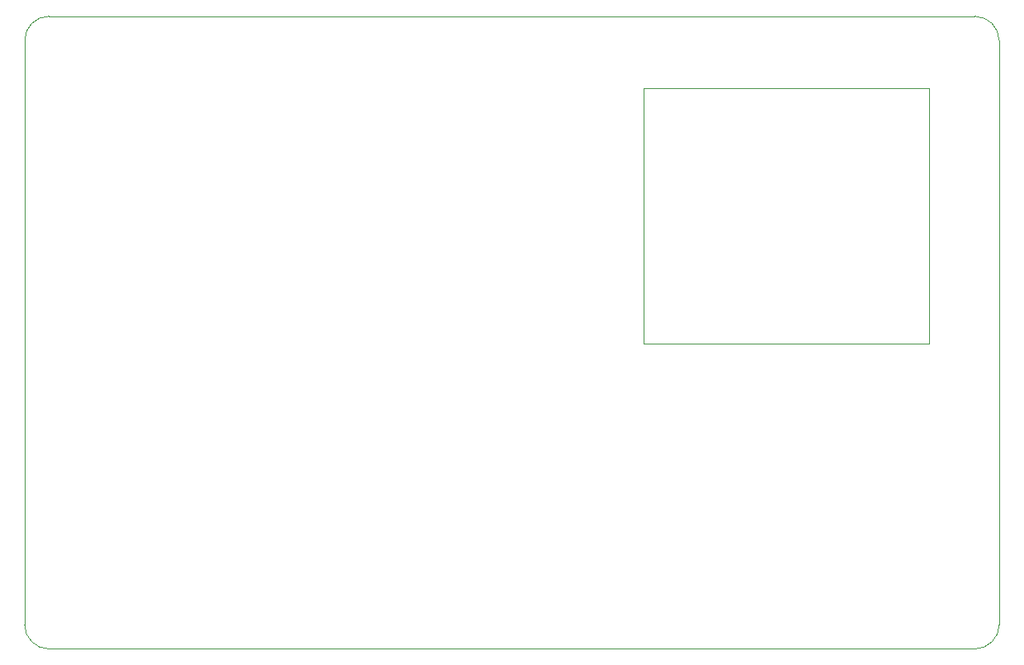
<source format=gbr>
%TF.GenerationSoftware,KiCad,Pcbnew,(5.99.0-11174-ge2a2c3282a)*%
%TF.CreationDate,2021-07-05T21:59:09+02:00*%
%TF.ProjectId,flatlight_rev20_ESIDE,666c6174-6c69-4676-9874-5f7265763230,rev?*%
%TF.SameCoordinates,Original*%
%TF.FileFunction,Profile,NP*%
%FSLAX46Y46*%
G04 Gerber Fmt 4.6, Leading zero omitted, Abs format (unit mm)*
G04 Created by KiCad (PCBNEW (5.99.0-11174-ge2a2c3282a)) date 2021-07-05 21:59:09*
%MOMM*%
%LPD*%
G01*
G04 APERTURE LIST*
%TA.AperFunction,Profile*%
%ADD10C,0.050000*%
%TD*%
%TA.AperFunction,Profile*%
%ADD11C,0.100000*%
%TD*%
G04 APERTURE END LIST*
D10*
X139750000Y-127550000D02*
X139750000Y-67550000D01*
X137250000Y-65050000D02*
X42250000Y-65050000D01*
X39750000Y-67550000D02*
X39750000Y-127550000D01*
X42250000Y-130050000D02*
X137250000Y-130050000D01*
X39750000Y-67550000D02*
G75*
G02*
X42250000Y-65050000I2500000J0D01*
G01*
X139750000Y-127550000D02*
G75*
G02*
X137250000Y-130050000I-2500000J0D01*
G01*
D11*
X103250000Y-72450000D02*
X132550000Y-72450000D01*
X132550000Y-72450000D02*
X132550000Y-98650000D01*
X132550000Y-98650000D02*
X103250000Y-98650000D01*
X103250000Y-98650000D02*
X103250000Y-72450000D01*
D10*
X42250000Y-130050000D02*
G75*
G02*
X39750000Y-127550000I0J2500000D01*
G01*
X137250000Y-65050000D02*
G75*
G02*
X139750000Y-67550000I0J-2500000D01*
G01*
M02*

</source>
